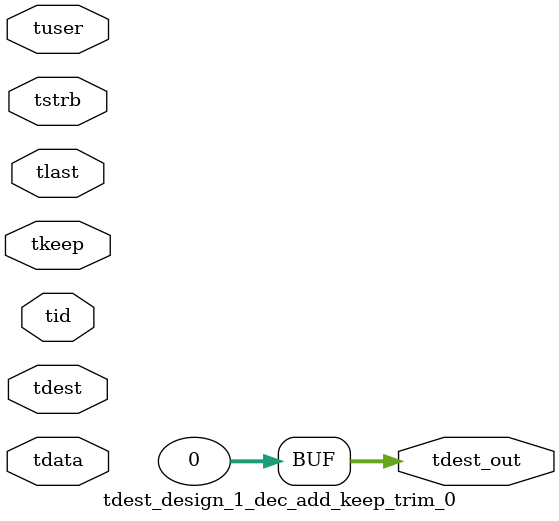
<source format=v>


`timescale 1ps/1ps

module tdest_design_1_dec_add_keep_trim_0 #
(
parameter C_S_AXIS_TDATA_WIDTH = 32,
parameter C_S_AXIS_TUSER_WIDTH = 0,
parameter C_S_AXIS_TID_WIDTH   = 0,
parameter C_S_AXIS_TDEST_WIDTH = 0,
parameter C_M_AXIS_TDEST_WIDTH = 32
)
(
input  [(C_S_AXIS_TDATA_WIDTH == 0 ? 1 : C_S_AXIS_TDATA_WIDTH)-1:0     ] tdata,
input  [(C_S_AXIS_TUSER_WIDTH == 0 ? 1 : C_S_AXIS_TUSER_WIDTH)-1:0     ] tuser,
input  [(C_S_AXIS_TID_WIDTH   == 0 ? 1 : C_S_AXIS_TID_WIDTH)-1:0       ] tid,
input  [(C_S_AXIS_TDEST_WIDTH == 0 ? 1 : C_S_AXIS_TDEST_WIDTH)-1:0     ] tdest,
input  [(C_S_AXIS_TDATA_WIDTH/8)-1:0 ] tkeep,
input  [(C_S_AXIS_TDATA_WIDTH/8)-1:0 ] tstrb,
input                                                                    tlast,
output [C_M_AXIS_TDEST_WIDTH-1:0] tdest_out
);

assign tdest_out = {1'b0};

endmodule


</source>
